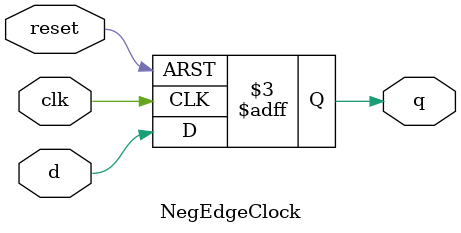
<source format=v>
module NegEdgeClock(q, d, clk, reset);
input d, clk, reset;
output reg q;

always @(negedge clk or negedge reset)
    if(!reset)
	    q <= 1'b0;
	else	
        q <= d;

endmodule

</source>
